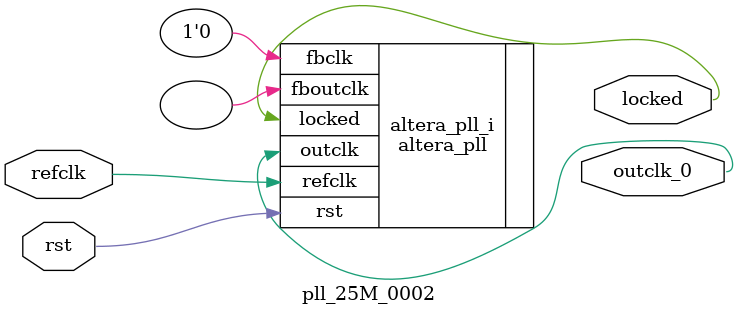
<source format=v>
`timescale 1ns/10ps
module  pll_25M_0002(

	// interface 'refclk'
	input wire refclk,

	// interface 'reset'
	input wire rst,

	// interface 'outclk0'
	output wire outclk_0,

	// interface 'locked'
	output wire locked
);

	altera_pll #(
		.fractional_vco_multiplier("false"),
		.reference_clock_frequency("50.0 MHz"),
		.operation_mode("direct"),
		.number_of_clocks(1),
		.output_clock_frequency0("25.000000 MHz"),
		.phase_shift0("0 ps"),
		.duty_cycle0(50),
		.output_clock_frequency1("0 MHz"),
		.phase_shift1("0 ps"),
		.duty_cycle1(50),
		.output_clock_frequency2("0 MHz"),
		.phase_shift2("0 ps"),
		.duty_cycle2(50),
		.output_clock_frequency3("0 MHz"),
		.phase_shift3("0 ps"),
		.duty_cycle3(50),
		.output_clock_frequency4("0 MHz"),
		.phase_shift4("0 ps"),
		.duty_cycle4(50),
		.output_clock_frequency5("0 MHz"),
		.phase_shift5("0 ps"),
		.duty_cycle5(50),
		.output_clock_frequency6("0 MHz"),
		.phase_shift6("0 ps"),
		.duty_cycle6(50),
		.output_clock_frequency7("0 MHz"),
		.phase_shift7("0 ps"),
		.duty_cycle7(50),
		.output_clock_frequency8("0 MHz"),
		.phase_shift8("0 ps"),
		.duty_cycle8(50),
		.output_clock_frequency9("0 MHz"),
		.phase_shift9("0 ps"),
		.duty_cycle9(50),
		.output_clock_frequency10("0 MHz"),
		.phase_shift10("0 ps"),
		.duty_cycle10(50),
		.output_clock_frequency11("0 MHz"),
		.phase_shift11("0 ps"),
		.duty_cycle11(50),
		.output_clock_frequency12("0 MHz"),
		.phase_shift12("0 ps"),
		.duty_cycle12(50),
		.output_clock_frequency13("0 MHz"),
		.phase_shift13("0 ps"),
		.duty_cycle13(50),
		.output_clock_frequency14("0 MHz"),
		.phase_shift14("0 ps"),
		.duty_cycle14(50),
		.output_clock_frequency15("0 MHz"),
		.phase_shift15("0 ps"),
		.duty_cycle15(50),
		.output_clock_frequency16("0 MHz"),
		.phase_shift16("0 ps"),
		.duty_cycle16(50),
		.output_clock_frequency17("0 MHz"),
		.phase_shift17("0 ps"),
		.duty_cycle17(50),
		.pll_type("General"),
		.pll_subtype("General")
	) altera_pll_i (
		.rst	(rst),
		.outclk	({outclk_0}),
		.locked	(locked),
		.fboutclk	( ),
		.fbclk	(1'b0),
		.refclk	(refclk)
	);
endmodule


</source>
